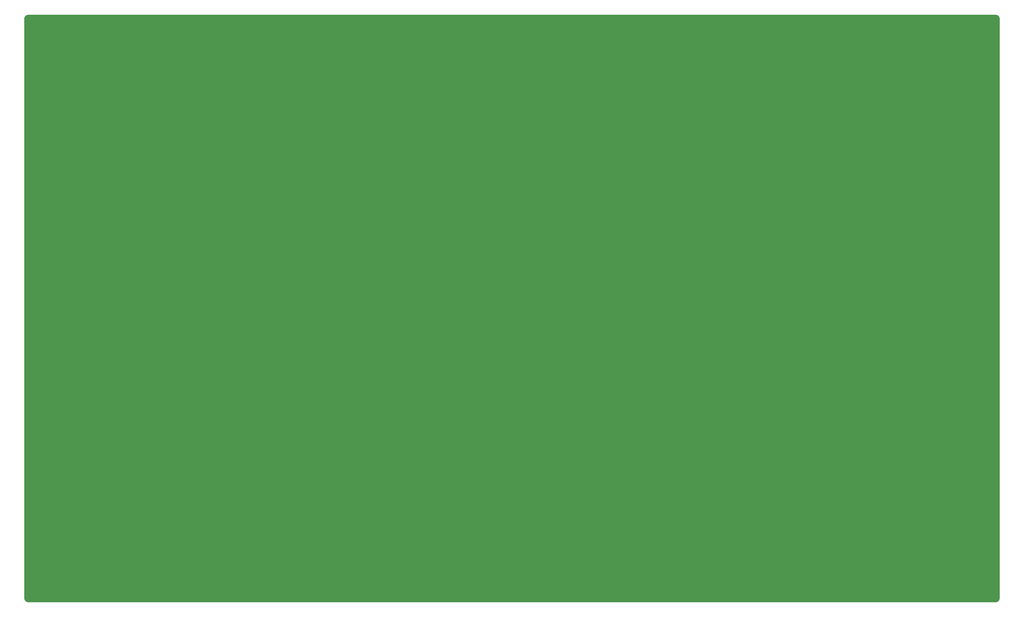
<source format=gbl>
G04 #@! TF.GenerationSoftware,KiCad,Pcbnew,7.0.9*
G04 #@! TF.CreationDate,2025-08-18T12:00:00-05:00*
G04 #@! TF.ProjectId,ESP32_IoT_Switch,4553503332-5F496F545F5377697463682E,rev?*
G04 #@! TF.SameCoordinates,Original*
G04 #@! TF.FileFunction,Copper,L2,Bot*
G04 #@! TF.FilePolarity,Positive*
%FSLAX36Y36*%
G04 Gerber Fmt 3.6, Leading zero omitted, Abs format (unit mm)*
G04 Created by KiCad (PCBNEW 7.0.9) date 2025-08-18 12:00:00*
%MOMM*%
%LPD*%
G01*
G04 APERTURE LIST*
%ADD10C,2.000000*%
G04 APERTURE END LIST*
G04 GROUND PLANE*
D10*
X25000000Y25000000D02*
X275000000Y25000000D01*
X275000000Y25000000D02*
X275000000Y175000000D01*
X275000000Y175000000D02*
X25000000Y175000000D01*
X25000000Y175000000D02*
X25000000Y25000000D01*
G04 Fill ground plane*
G36*
X25000000Y25000000D02*
X275000000Y25000000D01*
X275000000Y175000000D01*
X25000000Y175000000D01*
X25000000Y25000000D01*
G37*
M02*
</source>
